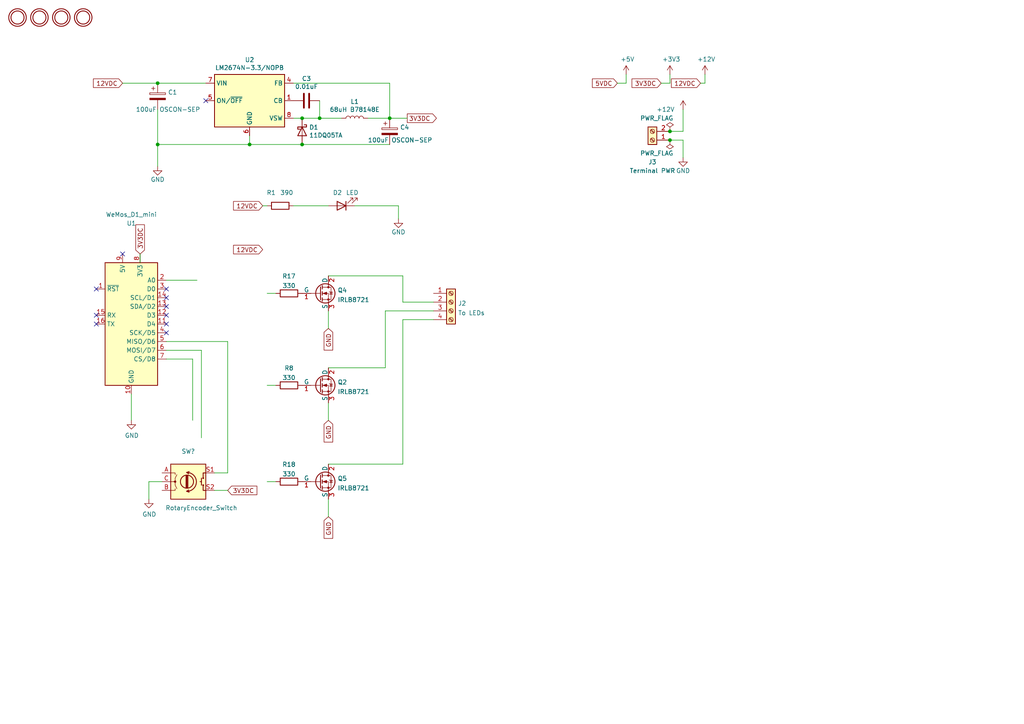
<source format=kicad_sch>
(kicad_sch (version 20211123) (generator eeschema)
  (paper "A4")
  (lib_symbols
    (symbol "Arduino_WS_Led_Controller-eagle-import:MOUNTINGHOLE3.0THIN" (pin_names (offset 1.016))
      (symbol "MOUNTINGHOLE3.0THIN_1_0"
        (circle (center 0 0) (radius 1.905) (stroke (width 0.254)))
        (circle (center 0 0) (radius 2.54) (stroke (width 0.254)))
      )
    )
    (symbol "Connector:Screw_Terminal_01x02" (pin_names (offset 1.016) hide)
      (property "Reference" "J" (at 0 2.54 0))
      (property "Value" "Screw_Terminal_01x02" (at 0 -5.08 0))
      (symbol "Screw_Terminal_01x02_1_1"
        (rectangle (start -1.27 1.27) (end 1.27 -3.81) (stroke (width 0.254)) (fill (type background)))
        (circle (center 0 -2.54) (radius 0.635) (stroke (width 0.1524)))
        (polyline (pts (xy -0.5334 -2.2098) (xy 0.3302 -3.048)) (stroke (width 0.1524)))
        (polyline (pts (xy -0.5334 0.3302) (xy 0.3302 -0.508)) (stroke (width 0.1524)))
        (polyline (pts (xy -0.3556 -2.032) (xy 0.508 -2.8702)) (stroke (width 0.1524)))
        (polyline (pts (xy -0.3556 0.508) (xy 0.508 -0.3302)) (stroke (width 0.1524)))
        (circle (center 0 0) (radius 0.635) (stroke (width 0.1524)))
        (pin passive line (at -5.08 0 0) (length 3.81) (name "Pin_1") (number "1"))
        (pin passive line (at -5.08 -2.54 0) (length 3.81) (name "Pin_2") (number "2"))
      )
    )
    (symbol "Connector:Screw_Terminal_01x04" (pin_names (offset 1.016) hide)
      (property "Reference" "J" (at 0 5.08 0))
      (property "Value" "Screw_Terminal_01x04" (at 0 -7.62 0))
      (symbol "Screw_Terminal_01x04_1_1"
        (rectangle (start -1.27 3.81) (end 1.27 -6.35) (stroke (width 0.254)) (fill (type background)))
        (circle (center 0 -5.08) (radius 0.635) (stroke (width 0.1524)))
        (circle (center 0 -2.54) (radius 0.635) (stroke (width 0.1524)))
        (polyline (pts (xy -0.5334 -4.7498) (xy 0.3302 -5.588)) (stroke (width 0.1524)))
        (polyline (pts (xy -0.5334 -2.2098) (xy 0.3302 -3.048)) (stroke (width 0.1524)))
        (polyline (pts (xy -0.5334 0.3302) (xy 0.3302 -0.508)) (stroke (width 0.1524)))
        (polyline (pts (xy -0.5334 2.8702) (xy 0.3302 2.032)) (stroke (width 0.1524)))
        (polyline (pts (xy -0.3556 -4.572) (xy 0.508 -5.4102)) (stroke (width 0.1524)))
        (polyline (pts (xy -0.3556 -2.032) (xy 0.508 -2.8702)) (stroke (width 0.1524)))
        (polyline (pts (xy -0.3556 0.508) (xy 0.508 -0.3302)) (stroke (width 0.1524)))
        (polyline (pts (xy -0.3556 3.048) (xy 0.508 2.2098)) (stroke (width 0.1524)))
        (circle (center 0 0) (radius 0.635) (stroke (width 0.1524)))
        (circle (center 0 2.54) (radius 0.635) (stroke (width 0.1524)))
        (pin passive line (at -5.08 2.54 0) (length 3.81) (name "Pin_1") (number "1"))
        (pin passive line (at -5.08 0 0) (length 3.81) (name "Pin_2") (number "2"))
        (pin passive line (at -5.08 -2.54 0) (length 3.81) (name "Pin_3") (number "3"))
        (pin passive line (at -5.08 -5.08 0) (length 3.81) (name "Pin_4") (number "4"))
      )
    )
    (symbol "Device:C" (pin_numbers hide) (pin_names (offset 0.254))
      (property "Reference" "C" (at 0.635 2.54 0))
      (property "Value" "C" (at 0.635 -2.54 0))
      (symbol "C_0_1"
        (polyline (pts (xy -2.032 -0.762) (xy 2.032 -0.762)) (stroke (width 0.508)))
        (polyline (pts (xy -2.032 0.762) (xy 2.032 0.762)) (stroke (width 0.508)))
      )
      (symbol "C_1_1"
        (pin passive line (at 0 3.81 270) (length 2.794) (name "~") (number "1"))
        (pin passive line (at 0 -3.81 90) (length 2.794) (name "~") (number "2"))
      )
    )
    (symbol "Device:CP" (pin_numbers hide) (pin_names (offset 0.254))
      (property "Reference" "C" (at 0.635 2.54 0))
      (property "Value" "Device_CP" (at 0.635 -2.54 0))
      (symbol "CP_0_1"
        (rectangle (start -2.286 0.508) (end 2.286 1.016))
        (polyline (pts (xy -1.778 2.286) (xy -0.762 2.286)))
        (polyline (pts (xy -1.27 2.794) (xy -1.27 1.778)))
        (rectangle (start 2.286 -0.508) (end -2.286 -1.016) (fill (type outline)))
      )
      (symbol "CP_1_1"
        (pin passive line (at 0 3.81 270) (length 2.794) (name "~") (number "1"))
        (pin passive line (at 0 -3.81 90) (length 2.794) (name "~") (number "2"))
      )
    )
    (symbol "Device:D_Schottky" (pin_numbers hide) (pin_names (offset 1.016) hide)
      (property "Reference" "D" (at 0 2.54 0))
      (property "Value" "D_Schottky" (at 0 -2.54 0))
      (symbol "D_Schottky_0_1"
        (polyline (pts (xy 1.27 0) (xy -1.27 0)))
        (polyline (pts (xy 1.27 1.27) (xy 1.27 -1.27) (xy -1.27 0) (xy 1.27 1.27)) (stroke (width 0.254)))
        (polyline (pts (xy -1.905 0.635) (xy -1.905 1.27) (xy -1.27 1.27) (xy -1.27 -1.27) (xy -0.635 -1.27) (xy -0.635 -0.635)) (stroke (width 0.254)))
      )
      (symbol "D_Schottky_1_1"
        (pin passive line (at -3.81 0 0) (length 2.54) (name "K") (number "1"))
        (pin passive line (at 3.81 0 180) (length 2.54) (name "A") (number "2"))
      )
    )
    (symbol "Device:L" (pin_numbers hide) (pin_names (offset 1.016) hide)
      (property "Reference" "L" (at -1.27 0 90))
      (property "Value" "L" (at 1.905 0 90))
      (symbol "L_0_1"
        (arc (start 0 -2.54) (mid 0.635 -1.905) (end 0 -1.27))
        (arc (start 0 -1.27) (mid 0.635 -0.635) (end 0 0))
        (arc (start 0 0) (mid 0.635 0.635) (end 0 1.27))
        (arc (start 0 1.27) (mid 0.635 1.905) (end 0 2.54))
      )
      (symbol "L_1_1"
        (pin passive line (at 0 3.81 270) (length 1.27) (name "1") (number "1"))
        (pin passive line (at 0 -3.81 90) (length 1.27) (name "2") (number "2"))
      )
    )
    (symbol "Device:LED" (pin_numbers hide) (pin_names (offset 1.016) hide)
      (property "Reference" "D" (at 0 2.54 0))
      (property "Value" "LED" (at 0 -2.54 0))
      (symbol "LED_0_1"
        (polyline (pts (xy -1.27 -1.27) (xy -1.27 1.27)) (stroke (width 0.254)))
        (polyline (pts (xy -1.27 0) (xy 1.27 0)))
        (polyline (pts (xy 1.27 -1.27) (xy 1.27 1.27) (xy -1.27 0) (xy 1.27 -1.27)) (stroke (width 0.254)))
        (polyline (pts (xy -3.048 -0.762) (xy -4.572 -2.286) (xy -3.81 -2.286) (xy -4.572 -2.286) (xy -4.572 -1.524)))
        (polyline (pts (xy -1.778 -0.762) (xy -3.302 -2.286) (xy -2.54 -2.286) (xy -3.302 -2.286) (xy -3.302 -1.524)))
      )
      (symbol "LED_1_1"
        (pin passive line (at -3.81 0 0) (length 2.54) (name "K") (number "1"))
        (pin passive line (at 3.81 0 180) (length 2.54) (name "A") (number "2"))
      )
    )
    (symbol "Device:Q_NMOS_GDS" (pin_names (offset 0))
      (property "Reference" "Q" (at 5.08 1.27 0))
      (property "Value" "Q_NMOS_GDS" (at 5.08 -1.27 0))
      (symbol "Q_NMOS_GDS_0_1"
        (polyline (pts (xy 0.254 0) (xy -2.54 0)))
        (polyline (pts (xy 0.254 1.905) (xy 0.254 -1.905)) (stroke (width 0.254)))
        (polyline (pts (xy 0.762 -1.27) (xy 0.762 -2.286)) (stroke (width 0.254)))
        (polyline (pts (xy 0.762 0.508) (xy 0.762 -0.508)) (stroke (width 0.254)))
        (polyline (pts (xy 0.762 2.286) (xy 0.762 1.27)) (stroke (width 0.254)))
        (polyline (pts (xy 2.54 2.54) (xy 2.54 1.778)))
        (polyline (pts (xy 2.54 -2.54) (xy 2.54 0) (xy 0.762 0)))
        (polyline (pts (xy 0.762 -1.778) (xy 3.302 -1.778) (xy 3.302 1.778) (xy 0.762 1.778)))
        (polyline (pts (xy 1.016 0) (xy 2.032 0.381) (xy 2.032 -0.381) (xy 1.016 0)) (fill (type outline)))
        (polyline (pts (xy 2.794 0.508) (xy 2.921 0.381) (xy 3.683 0.381) (xy 3.81 0.254)))
        (polyline (pts (xy 3.302 0.381) (xy 2.921 -0.254) (xy 3.683 -0.254) (xy 3.302 0.381)))
        (circle (center 1.651 0) (radius 2.794) (stroke (width 0.254)))
        (circle (center 2.54 -1.778) (radius 0.254) (fill (type outline)))
        (circle (center 2.54 1.778) (radius 0.254) (fill (type outline)))
      )
      (symbol "Q_NMOS_GDS_1_1"
        (pin input line (at -5.08 0 0) (length 2.54) (name "G") (number "1"))
        (pin passive line (at 2.54 5.08 270) (length 2.54) (name "D") (number "2"))
        (pin passive line (at 2.54 -5.08 90) (length 2.54) (name "S") (number "3"))
      )
    )
    (symbol "Device:R" (pin_numbers hide) (pin_names (offset 0))
      (property "Reference" "R" (at 2.032 0 90))
      (property "Value" "R" (at 0 0 90))
      (symbol "R_0_1"
        (rectangle (start -1.016 -2.54) (end 1.016 2.54) (stroke (width 0.254)))
      )
      (symbol "R_1_1"
        (pin passive line (at 0 3.81 270) (length 1.27) (name "~") (number "1"))
        (pin passive line (at 0 -3.81 90) (length 1.27) (name "~") (number "2"))
      )
    )
    (symbol "Device:RotaryEncoder_Switch" (pin_names (offset 0.254) hide)
      (property "Reference" "SW" (at 0 6.604 0))
      (property "Value" "RotaryEncoder_Switch" (at 0 -6.604 0))
      (symbol "RotaryEncoder_Switch_0_1"
        (rectangle (start -5.08 5.08) (end 5.08 -5.08) (stroke (width 0.254)) (fill (type background)))
        (circle (center -3.81 0) (radius 0.254) (fill (type outline)))
        (arc (start -0.381 -2.794) (mid 2.3622 -0.0635) (end -0.381 2.667) (stroke (width 0.254)))
        (circle (center -0.381 0) (radius 1.905) (stroke (width 0.254)))
        (polyline (pts (xy -0.635 -1.778) (xy -0.635 1.778)) (stroke (width 0.254)))
        (polyline (pts (xy -0.381 -1.778) (xy -0.381 1.778)) (stroke (width 0.254)))
        (polyline (pts (xy -0.127 1.778) (xy -0.127 -1.778)) (stroke (width 0.254)))
        (polyline (pts (xy 3.81 0) (xy 3.429 0)) (stroke (width 0.254)))
        (polyline (pts (xy 3.81 1.016) (xy 3.81 -1.016)) (stroke (width 0.254)))
        (polyline (pts (xy -5.08 -2.54) (xy -3.81 -2.54) (xy -3.81 -2.032)))
        (polyline (pts (xy -5.08 2.54) (xy -3.81 2.54) (xy -3.81 2.032)))
        (polyline (pts (xy 0.254 -3.048) (xy -0.508 -2.794) (xy 0.127 -2.413)) (stroke (width 0.254)))
        (polyline (pts (xy 0.254 2.921) (xy -0.508 2.667) (xy 0.127 2.286)) (stroke (width 0.254)))
        (polyline (pts (xy 5.08 -2.54) (xy 4.318 -2.54) (xy 4.318 -1.016)) (stroke (width 0.254)))
        (polyline (pts (xy 5.08 2.54) (xy 4.318 2.54) (xy 4.318 1.016)) (stroke (width 0.254)))
        (polyline (pts (xy -5.08 0) (xy -3.81 0) (xy -3.81 -1.016) (xy -3.302 -2.032)))
        (polyline (pts (xy -4.318 0) (xy -3.81 0) (xy -3.81 1.016) (xy -3.302 2.032)))
        (circle (center 4.318 -1.016) (radius 0.127) (stroke (width 0.254)))
        (circle (center 4.318 1.016) (radius 0.127) (stroke (width 0.254)))
      )
      (symbol "RotaryEncoder_Switch_1_1"
        (pin passive line (at -7.62 2.54 0) (length 2.54) (name "A") (number "A"))
        (pin passive line (at -7.62 -2.54 0) (length 2.54) (name "B") (number "B"))
        (pin passive line (at -7.62 0 0) (length 2.54) (name "C") (number "C"))
        (pin passive line (at 7.62 2.54 180) (length 2.54) (name "S1") (number "S1"))
        (pin passive line (at 7.62 -2.54 180) (length 2.54) (name "S2") (number "S2"))
      )
    )
    (symbol "MCU_Module:WeMos_D1_mini"
      (property "Reference" "U" (at 3.81 19.05 0))
      (property "Value" "WeMos_D1_mini" (at 1.27 -19.05 0))
      (symbol "WeMos_D1_mini_1_1"
        (rectangle (start -7.62 17.78) (end 7.62 -17.78) (stroke (width 0.254)) (fill (type background)))
        (pin input line (at -10.16 10.16 0) (length 2.54) (name "~{RST}") (number "1"))
        (pin power_in line (at 0 -20.32 90) (length 2.54) (name "GND") (number "10"))
        (pin bidirectional line (at 10.16 0 180) (length 2.54) (name "D4") (number "11"))
        (pin bidirectional line (at 10.16 2.54 180) (length 2.54) (name "D3") (number "12"))
        (pin bidirectional line (at 10.16 5.08 180) (length 2.54) (name "SDA/D2") (number "13"))
        (pin bidirectional line (at 10.16 7.62 180) (length 2.54) (name "SCL/D1") (number "14"))
        (pin input line (at -10.16 2.54 0) (length 2.54) (name "RX") (number "15"))
        (pin output line (at -10.16 0 0) (length 2.54) (name "TX") (number "16"))
        (pin input line (at 10.16 12.7 180) (length 2.54) (name "A0") (number "2"))
        (pin bidirectional line (at 10.16 10.16 180) (length 2.54) (name "D0") (number "3"))
        (pin bidirectional line (at 10.16 -2.54 180) (length 2.54) (name "SCK/D5") (number "4"))
        (pin bidirectional line (at 10.16 -5.08 180) (length 2.54) (name "MISO/D6") (number "5"))
        (pin bidirectional line (at 10.16 -7.62 180) (length 2.54) (name "MOSI/D7") (number "6"))
        (pin bidirectional line (at 10.16 -10.16 180) (length 2.54) (name "CS/D8") (number "7"))
        (pin power_out line (at 2.54 20.32 270) (length 2.54) (name "3V3") (number "8"))
        (pin power_in line (at -2.54 20.32 270) (length 2.54) (name "5V") (number "9"))
      )
    )
    (symbol "Regulator_Switching:LM2674M-3.3"
      (property "Reference" "U" (at -10.16 8.89 0))
      (property "Value" "LM2674M-3.3" (at 0 8.89 0))
      (symbol "LM2674M-3.3_0_1"
        (rectangle (start -10.16 7.62) (end 10.16 -7.62) (stroke (width 0.254)) (fill (type background)))
      )
      (symbol "LM2674M-3.3_1_1"
        (pin input line (at 12.7 0 180) (length 2.54) (name "CB") (number "1"))
        (pin no_connect line (at -10.16 -2.54 0) (length 2.54) hide (name "NC") (number "2"))
        (pin no_connect line (at -10.16 -5.08 0) (length 2.54) hide (name "NC") (number "3"))
        (pin input line (at 12.7 5.08 180) (length 2.54) (name "FB") (number "4"))
        (pin input line (at -12.7 0 0) (length 2.54) (name "ON/~{OFF}") (number "5"))
        (pin power_in line (at 0 -10.16 90) (length 2.54) (name "GND") (number "6"))
        (pin power_in line (at -12.7 5.08 0) (length 2.54) (name "VIN") (number "7"))
        (pin output line (at 12.7 -5.08 180) (length 2.54) (name "VSW") (number "8"))
      )
    )
    (symbol "power:+12V" (power) (pin_names (offset 0))
      (property "Value" "+12V" (at 0 3.556 0))
      (symbol "+12V_0_1"
        (polyline (pts (xy -0.762 1.27) (xy 0 2.54)))
        (polyline (pts (xy 0 0) (xy 0 2.54)))
        (polyline (pts (xy 0 2.54) (xy 0.762 1.27)))
      )
      (symbol "+12V_1_1"
        (pin power_in line (at 0 0 90) (length 0) hide (name "+12V") (number "1"))
      )
    )
    (symbol "power:+3.3V" (power) (pin_names (offset 0))
      (property "Value" "+3.3V" (at 0 3.556 0))
      (symbol "+3.3V_0_1"
        (polyline (pts (xy -0.762 1.27) (xy 0 2.54)))
        (polyline (pts (xy 0 0) (xy 0 2.54)))
        (polyline (pts (xy 0 2.54) (xy 0.762 1.27)))
      )
      (symbol "+3.3V_1_1"
        (pin power_in line (at 0 0 90) (length 0) hide (name "+3V3") (number "1"))
      )
    )
    (symbol "power:+5V" (power) (pin_names (offset 0))
      (property "Value" "+5V" (at 0 3.556 0))
      (symbol "+5V_0_1"
        (polyline (pts (xy -0.762 1.27) (xy 0 2.54)))
        (polyline (pts (xy 0 0) (xy 0 2.54)))
        (polyline (pts (xy 0 2.54) (xy 0.762 1.27)))
      )
      (symbol "+5V_1_1"
        (pin power_in line (at 0 0 90) (length 0) hide (name "+5V") (number "1"))
      )
    )
    (symbol "power:GND" (power) (pin_names (offset 0))
      (property "Value" "GND" (at 0 -3.81 0))
      (symbol "GND_0_1"
        (polyline (pts (xy 0 0) (xy 0 -1.27) (xy 1.27 -1.27) (xy 0 -2.54) (xy -1.27 -1.27) (xy 0 -1.27)))
      )
      (symbol "GND_1_1"
        (pin power_in line (at 0 0 270) (length 0) hide (name "GND") (number "1"))
      )
    )
    (symbol "power:PWR_FLAG" (power) (pin_numbers hide) (pin_names (offset 0) hide)
      (property "Value" "PWR_FLAG" (at 0 3.81 0))
      (symbol "PWR_FLAG_0_0"
        (pin power_out line (at 0 0 90) (length 0) (name "pwr") (number "1"))
      )
      (symbol "PWR_FLAG_0_1"
        (polyline (pts (xy 0 0) (xy 0 1.27) (xy -1.016 1.905) (xy 0 2.54) (xy 1.016 1.905) (xy 0 1.27)))
      )
    )
  )
  (junction (at 87.63 41.91))
  (junction (at 72.39 41.91))
  (junction (at 113.03 34.29))
  (junction (at 92.71 34.29))
  (junction (at 45.72 24.13))
  (junction (at 194.31 40.64))
  (junction (at 87.63 34.29))
  (junction (at 45.72 41.91))
  (junction (at 194.31 38.1))
  (no_connect (at 48.26 96.52))
  (no_connect (at 59.69 29.21))
  (no_connect (at 27.94 91.44))
  (no_connect (at 48.26 83.82))
  (no_connect (at 48.26 88.9))
  (no_connect (at 48.26 91.44))
  (no_connect (at 27.94 83.82))
  (no_connect (at 48.26 86.36))
  (no_connect (at 27.94 93.98))
  (no_connect (at 35.56 73.66))
  (no_connect (at 48.26 93.98))
  (wire (pts (xy 85.09 34.29) (xy 87.63 34.29)))
  (wire (pts (xy 35.56 24.13) (xy 45.72 24.13)))
  (wire (pts (xy 77.47 85.09) (xy 80.01 85.09)))
  (wire (pts (xy 203.2 24.13) (xy 204.47 24.13)))
  (wire (pts (xy 181.61 24.13) (xy 181.61 21.59)))
  (wire (pts (xy 77.47 111.76) (xy 80.01 111.76)))
  (wire (pts (xy 87.63 41.91) (xy 113.03 41.91)))
  (wire (pts (xy 115.57 59.69) (xy 115.57 63.5)))
  (wire (pts (xy 87.63 34.29) (xy 92.71 34.29)))
  (wire (pts (xy 116.84 80.01) (xy 116.84 87.63)))
  (wire (pts (xy 111.76 90.17) (xy 125.73 90.17)))
  (wire (pts (xy 95.25 90.17) (xy 95.25 95.25)))
  (wire (pts (xy 194.31 24.13) (xy 194.31 21.59)))
  (wire (pts (xy 95.25 116.84) (xy 95.25 121.92)))
  (wire (pts (xy 179.07 24.13) (xy 181.61 24.13)))
  (wire (pts (xy 48.26 101.6) (xy 58.42 101.6)))
  (wire (pts (xy 198.12 40.64) (xy 198.12 45.72)))
  (wire (pts (xy 116.84 92.71) (xy 125.73 92.71)))
  (wire (pts (xy 72.39 39.37) (xy 72.39 41.91)))
  (wire (pts (xy 99.06 34.29) (xy 92.71 34.29)))
  (wire (pts (xy 113.03 34.29) (xy 118.11 34.29)))
  (wire (pts (xy 48.26 99.06) (xy 66.04 99.06)))
  (wire (pts (xy 95.25 144.78) (xy 95.25 149.86)))
  (wire (pts (xy 198.12 40.64) (xy 194.31 40.64)))
  (wire (pts (xy 43.18 139.7) (xy 46.99 139.7)))
  (wire (pts (xy 198.12 38.1) (xy 198.12 31.75)))
  (wire (pts (xy 92.71 34.29) (xy 92.71 29.21)))
  (wire (pts (xy 95.25 80.01) (xy 116.84 80.01)))
  (wire (pts (xy 85.09 24.13) (xy 113.03 24.13)))
  (wire (pts (xy 95.25 134.62) (xy 116.84 134.62)))
  (wire (pts (xy 45.72 31.75) (xy 45.72 41.91)))
  (wire (pts (xy 66.04 137.16) (xy 66.04 99.06)))
  (wire (pts (xy 58.42 127) (xy 58.42 101.6)))
  (wire (pts (xy 40.64 73.66) (xy 40.64 76.2)))
  (wire (pts (xy 72.39 41.91) (xy 87.63 41.91)))
  (wire (pts (xy 106.68 34.29) (xy 113.03 34.29)))
  (wire (pts (xy 55.88 121.92) (xy 55.88 104.14)))
  (wire (pts (xy 45.72 24.13) (xy 59.69 24.13)))
  (wire (pts (xy 43.18 139.7) (xy 43.18 144.78)))
  (wire (pts (xy 95.25 106.68) (xy 111.76 106.68)))
  (wire (pts (xy 116.84 87.63) (xy 125.73 87.63)))
  (wire (pts (xy 116.84 134.62) (xy 116.84 92.71)))
  (wire (pts (xy 95.25 59.69) (xy 85.09 59.69)))
  (wire (pts (xy 72.39 41.91) (xy 45.72 41.91)))
  (wire (pts (xy 45.72 41.91) (xy 45.72 48.26)))
  (wire (pts (xy 204.47 24.13) (xy 204.47 21.59)))
  (wire (pts (xy 77.47 139.7) (xy 80.01 139.7)))
  (wire (pts (xy 102.87 59.69) (xy 115.57 59.69)))
  (wire (pts (xy 48.26 104.14) (xy 55.88 104.14)))
  (wire (pts (xy 76.2 59.69) (xy 77.47 59.69)))
  (wire (pts (xy 113.03 34.29) (xy 113.03 24.13)))
  (wire (pts (xy 38.1 121.92) (xy 38.1 114.3)))
  (wire (pts (xy 111.76 106.68) (xy 111.76 90.17)))
  (wire (pts (xy 194.31 38.1) (xy 198.12 38.1)))
  (wire (pts (xy 62.23 137.16) (xy 66.04 137.16)))
  (wire (pts (xy 57.15 81.28) (xy 48.26 81.28)))
  (wire (pts (xy 66.04 142.24) (xy 62.23 142.24)))
  (wire (pts (xy 191.77 24.13) (xy 194.31 24.13)))
  (global_label "5VDC" (shape input) (at 179.07 24.13 180) (property "Intersheet References" "${INTERSHEET_REFS}" (effects hide)))
  (global_label "3V3DC" (shape input) (at 191.77 24.13 180) (property "Intersheet References" "${INTERSHEET_REFS}" (effects hide)))
  (global_label "GND" (shape input) (at 95.25 95.25 270) (property "Intersheet References" "${INTERSHEET_REFS}" (effects hide)))
  (global_label "GND" (shape input) (at 95.25 149.86 270) (property "Intersheet References" "${INTERSHEET_REFS}" (effects hide)))
  (global_label "3V3DC" (shape input) (at 66.04 142.24 0) (property "Intersheet References" "${INTERSHEET_REFS}" (effects hide)))
  (global_label "12VDC" (shape input) (at 203.2 24.13 180) (property "Intersheet References" "${INTERSHEET_REFS}" (effects hide)))
  (global_label "3V3DC" (shape output) (at 118.11 34.29 0) (property "Intersheet References" "${INTERSHEET_REFS}" (effects hide)))
  (global_label "GND" (shape input) (at 95.25 121.92 270) (property "Intersheet References" "${INTERSHEET_REFS}" (effects hide)))
  (global_label "3V3DC" (shape input) (at 40.64 73.66 90) (property "Intersheet References" "${INTERSHEET_REFS}" (effects hide)))
  (global_label "12VDC" (shape input) (at 76.2 72.39 180) (property "Intersheet References" "${INTERSHEET_REFS}" (effects hide)))
  (global_label "12VDC" (shape input) (at 35.56 24.13 180) (property "Intersheet References" "${INTERSHEET_REFS}" (effects hide)))
  (global_label "12VDC" (shape input) (at 76.2 59.69 180) (property "Intersheet References" "${INTERSHEET_REFS}" (effects hide)))
  (symbol (lib_id "power:+12V") (at 204.47 21.59 0) (unit 1)
    (property "Reference" "#PWR09" (effects hide))
    (property "Value" "+12V" (at 204.851 17.1958 0))
  )
  (symbol (lib_id "power:+3.3V") (at 194.31 21.59 0) (unit 1)
    (property "Reference" "#PWR08" (effects hide))
    (property "Value" "+3.3V" (at 194.691 17.1958 0))
  )
  (symbol (lib_id "Connector:Screw_Terminal_01x02") (at 189.23 40.64 180) (unit 1)
    (property "Reference" "J3" (at 189.23 46.99 0))
    (property "Value" "Terminal PWR" (at 189.23 49.53 0))
    (property "Footprint" "TerminalBlock:TerminalBlock_Altech_AK300-2_P5.00mm" (effects hide))
  )
  (symbol (lib_id "Regulator_Switching:LM2674M-3.3") (at 72.39 29.21 0) (unit 1)
    (property "Reference" "U2" (at 72.39 17.3482 0))
    (property "Value" "LM2674N-3.3/NOPB" (at 72.39 19.6596 0))
    (property "Footprint" "Package_DIP:DIP-8_W7.62mm_Socket" (effects hide))
    (property "Datasheet" "http://www.ti.com/lit/ds/symlink/lm2674.pdf" (effects hide))
  )
  (symbol (lib_id "Device:CP") (at 45.72 27.94 0) (unit 1)
    (property "Reference" "C1" (at 48.7172 26.7716 0) (effects (justify left)))
    (property "Value" "100uF OSCON-SEP" (at 39.37 31.75 0) (effects (justify left)))
    (property "Footprint" "Capacitor_THT:CP_Radial_D8.0mm_P3.50mm" (effects hide))
  )
  (symbol (lib_id "Device:C") (at 88.9 29.21 270) (unit 1)
    (property "Reference" "C3" (at 88.9 22.8092 90))
    (property "Value" "0.01uF" (at 88.9 25.1206 90))
    (property "Footprint" "Capacitor_THT:C_Disc_D5.0mm_W2.5mm_P5.00mm" (effects hide))
  )
  (symbol (lib_id "Device:L") (at 102.87 34.29 90) (unit 1)
    (property "Reference" "L1" (at 102.87 29.464 90))
    (property "Value" "68uH B78148E" (at 102.87 31.7754 90))
    (property "Footprint" "Inductor_THT:L_Axial_L14.0mm_D4.5mm_P5.08mm_Vertical_Fastron_LACC" (effects hide))
  )
  (symbol (lib_id "Device:CP") (at 113.03 38.1 0) (unit 1)
    (property "Reference" "C4" (at 116.0272 36.9316 0) (effects (justify left)))
    (property "Value" "100uF OSCON-SEP" (at 106.68 40.64 0) (effects (justify left)))
    (property "Footprint" "Capacitor_THT:CP_Radial_D8.0mm_P3.50mm" (effects hide))
  )
  (symbol (lib_id "Device:D_Schottky") (at 87.63 38.1 270) (unit 1)
    (property "Reference" "D1" (at 89.662 36.9316 90) (effects (justify left)))
    (property "Value" "11DQ05TA" (at 89.662 39.243 90) (effects (justify left)))
    (property "Footprint" "Diode_THT:D_A-405_P7.62mm_Horizontal" (effects hide))
  )
  (symbol (lib_id "MCU_Module:WeMos_D1_mini") (at 38.1 93.98 0) (unit 1)
    (property "Reference" "U1" (at 38.1 64.77 0))
    (property "Value" "WeMos_D1_mini" (at 38.1 62.23 0))
    (property "Footprint" "Module:WEMOS_D1_mini_light" (effects hide))
    (property "Datasheet" "https://wiki.wemos.cc/products:d1:d1_mini#documentation" (effects hide))
  )
  (symbol (lib_id "Device:LED") (at 99.06 59.69 180) (unit 1)
    (property "Reference" "D2" (at 96.52 55.88 0) (effects (justify right)))
    (property "Value" "LED" (at 100.33 55.88 0) (effects (justify right)))
    (property "Footprint" "LED_THT:LED_D5.0mm_Clear" (effects hide))
  )
  (symbol (lib_id "Device:R") (at 81.28 59.69 270) (unit 1)
    (property "Reference" "R1" (at 80.01 55.88 90) (effects (justify right)))
    (property "Value" "390" (at 85.09 55.88 90) (effects (justify right)))
    (property "Footprint" "Resistor_THT:R_Axial_DIN0207_L6.3mm_D2.5mm_P7.62mm_Horizontal" (effects hide))
  )
  (symbol (lib_id "power:+5V") (at 181.61 21.59 0) (unit 1)
    (property "Reference" "#PWR07" (effects hide))
    (property "Value" "+5V" (at 181.991 17.1958 0))
  )
  (symbol (lib_id "power:+12V") (at 198.12 31.75 0) (unit 1)
    (property "Reference" "#PWR011" (effects hide))
    (property "Value" "+12V" (at 193.04 31.75 0))
  )
  (symbol (lib_id "power:GND") (at 198.12 45.72 0) (unit 1)
    (property "Reference" "#PWR012" (effects hide))
    (property "Value" "GND" (at 198.12 49.53 0))
  )
  (symbol (lib_id "power:PWR_FLAG") (at 194.31 38.1 0) (unit 1)
    (property "Reference" "#FLG01" (effects hide))
    (property "Value" "PWR_FLAG" (at 190.5 34.29 0))
  )
  (symbol (lib_id "power:GND") (at 115.57 63.5 0) (unit 1)
    (property "Reference" "#PWR05" (effects hide))
    (property "Value" "GND" (at 115.57 67.31 0))
  )
  (symbol (lib_id "power:GND") (at 45.72 48.26 0) (unit 1)
    (property "Reference" "#PWR02" (effects hide))
    (property "Value" "GND" (at 45.72 52.07 0))
  )
  (symbol (lib_id "power:GND") (at 38.1 121.92 0) (unit 1)
    (property "Reference" "#PWR01" (effects hide))
    (property "Value" "GND" (at 38.227 126.3142 0))
  )
  (symbol (lib_id "power:PWR_FLAG") (at 194.31 40.64 180) (unit 1)
    (property "Reference" "#FLG02" (effects hide))
    (property "Value" "PWR_FLAG" (at 190.5 44.45 0))
  )
  (symbol (lib_id "Arduino_WS_Led_Controller-eagle-import:MOUNTINGHOLE3.0THIN") (at 24.13 5.08 0) (unit 1)
    (property "Reference" "U7" (effects hide))
    (property "Value" "MOUNTINGHOLE3.0THIN" (effects hide))
    (property "Footprint" "MountingHole:MountingHole_3.2mm_M3" (effects hide))
  )
  (symbol (lib_id "Arduino_WS_Led_Controller-eagle-import:MOUNTINGHOLE3.0THIN") (at 5.08 5.08 0) (unit 1)
    (property "Reference" "U5" (effects hide))
    (property "Value" "MOUNTINGHOLE3.0THIN" (effects hide))
    (property "Footprint" "MountingHole:MountingHole_3.2mm_M3" (effects hide))
  )
  (symbol (lib_id "Arduino_WS_Led_Controller-eagle-import:MOUNTINGHOLE3.0THIN") (at 11.43 5.08 0) (unit 1)
    (property "Reference" "U6" (effects hide))
    (property "Value" "MOUNTINGHOLE3.0THIN" (effects hide))
    (property "Footprint" "MountingHole:MountingHole_3.2mm_M3" (effects hide))
  )
  (symbol (lib_id "Arduino_WS_Led_Controller-eagle-import:MOUNTINGHOLE3.0THIN") (at 17.78 5.08 0) (unit 1)
    (property "Reference" "U8" (effects hide))
    (property "Value" "MOUNTINGHOLE3.0THIN" (effects hide))
    (property "Footprint" "MountingHole:MountingHole_3.2mm_M3" (effects hide))
  )
  (symbol (lib_id "Connector:Screw_Terminal_01x04") (at 130.81 87.63 0) (unit 1)
    (property "Reference" "J2" (at 132.842 87.9915 0) (effects (justify left)))
    (property "Value" "To LEDs" (at 132.842 90.7666 0) (effects (justify left)))
    (property "Footprint" "TerminalBlock_Phoenix:TerminalBlock_Phoenix_MKDS-1,5-4-5.08_1x04_P5.08mm_Horizontal" (effects hide))
  )
  (symbol (lib_id "Device:Q_NMOS_GDS") (at 92.71 139.7 0) (unit 1)
    (property "Reference" "Q5" (at 97.917 138.7915 0) (effects (justify left)))
    (property "Value" "IRLB8721" (at 97.917 141.5666 0) (effects (justify left)))
    (property "Footprint" "Package_TO_SOT_THT:TO-220-3_Vertical" (effects hide))
  )
  (symbol (lib_id "Device:R") (at 83.82 139.7 90) (unit 1)
    (property "Reference" "R18" (at 83.82 134.7175 90))
    (property "Value" "330" (at 83.82 137.4926 90))
    (property "Footprint" "Resistor_THT:R_Axial_DIN0414_L11.9mm_D4.5mm_P15.24mm_Horizontal" (effects hide))
  )
  (symbol (lib_id "Device:Q_NMOS_GDS") (at 92.71 111.76 0) (unit 1)
    (property "Reference" "Q2" (at 97.917 110.8515 0) (effects (justify left)))
    (property "Value" "IRLB8721" (at 97.917 113.6266 0) (effects (justify left)))
    (property "Footprint" "Package_TO_SOT_THT:TO-220-3_Vertical" (effects hide))
  )
  (symbol (lib_id "Device:Q_NMOS_GDS") (at 92.71 85.09 0) (unit 1)
    (property "Reference" "Q4" (at 97.917 84.1815 0) (effects (justify left)))
    (property "Value" "IRLB8721" (at 97.917 86.9566 0) (effects (justify left)))
    (property "Footprint" "Package_TO_SOT_THT:TO-220-3_Vertical" (effects hide))
  )
  (symbol (lib_id "power:GND") (at 43.18 144.78 0) (unit 1)
    (property "Reference" "#PWR?" (effects hide))
    (property "Value" "GND" (at 43.307 149.1742 0))
  )
  (symbol (lib_id "Device:R") (at 83.82 111.76 90) (unit 1)
    (property "Reference" "R8" (at 83.82 106.7775 90))
    (property "Value" "330" (at 83.82 109.5526 90))
    (property "Footprint" "Resistor_THT:R_Axial_DIN0414_L11.9mm_D4.5mm_P15.24mm_Horizontal" (effects hide))
  )
  (symbol (lib_id "Device:R") (at 83.82 85.09 90) (unit 1)
    (property "Reference" "R17" (at 83.82 80.1075 90))
    (property "Value" "330" (at 83.82 82.8826 90))
    (property "Footprint" "Resistor_THT:R_Axial_DIN0414_L11.9mm_D4.5mm_P15.24mm_Horizontal" (effects hide))
  )
  (symbol (lib_id "Device:RotaryEncoder_Switch") (at 54.61 139.7 0) (unit 1)
    (property "Reference" "SW?" (at 54.61 130.9202 0))
    (property "Value" "RotaryEncoder_Switch" (at 58.42 147.32 0))
  )
)
</source>
